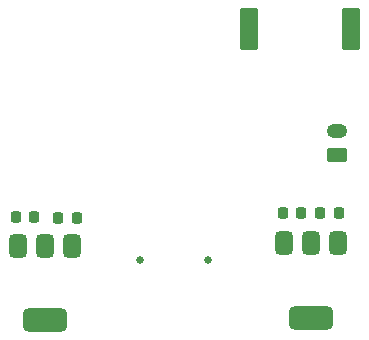
<source format=gbr>
%TF.GenerationSoftware,KiCad,Pcbnew,8.0.8-8.0.8-0~ubuntu24.04.1*%
%TF.CreationDate,2025-07-29T22:47:44-04:00*%
%TF.ProjectId,electronics,656c6563-7472-46f6-9e69-63732e6b6963,rev?*%
%TF.SameCoordinates,Original*%
%TF.FileFunction,Soldermask,Bot*%
%TF.FilePolarity,Negative*%
%FSLAX46Y46*%
G04 Gerber Fmt 4.6, Leading zero omitted, Abs format (unit mm)*
G04 Created by KiCad (PCBNEW 8.0.8-8.0.8-0~ubuntu24.04.1) date 2025-07-29 22:47:44*
%MOMM*%
%LPD*%
G01*
G04 APERTURE LIST*
G04 Aperture macros list*
%AMRoundRect*
0 Rectangle with rounded corners*
0 $1 Rounding radius*
0 $2 $3 $4 $5 $6 $7 $8 $9 X,Y pos of 4 corners*
0 Add a 4 corners polygon primitive as box body*
4,1,4,$2,$3,$4,$5,$6,$7,$8,$9,$2,$3,0*
0 Add four circle primitives for the rounded corners*
1,1,$1+$1,$2,$3*
1,1,$1+$1,$4,$5*
1,1,$1+$1,$6,$7*
1,1,$1+$1,$8,$9*
0 Add four rect primitives between the rounded corners*
20,1,$1+$1,$2,$3,$4,$5,0*
20,1,$1+$1,$4,$5,$6,$7,0*
20,1,$1+$1,$6,$7,$8,$9,0*
20,1,$1+$1,$8,$9,$2,$3,0*%
G04 Aperture macros list end*
%ADD10RoundRect,0.102000X-0.650000X-1.700000X0.650000X-1.700000X0.650000X1.700000X-0.650000X1.700000X0*%
%ADD11C,0.650000*%
%ADD12RoundRect,0.375000X-0.375000X0.625000X-0.375000X-0.625000X0.375000X-0.625000X0.375000X0.625000X0*%
%ADD13RoundRect,0.500000X-1.400000X0.500000X-1.400000X-0.500000X1.400000X-0.500000X1.400000X0.500000X0*%
%ADD14RoundRect,0.250000X0.625000X-0.350000X0.625000X0.350000X-0.625000X0.350000X-0.625000X-0.350000X0*%
%ADD15O,1.750000X1.200000*%
%ADD16RoundRect,0.225000X0.225000X0.250000X-0.225000X0.250000X-0.225000X-0.250000X0.225000X-0.250000X0*%
%ADD17RoundRect,0.225000X-0.225000X-0.250000X0.225000X-0.250000X0.225000X0.250000X-0.225000X0.250000X0*%
G04 APERTURE END LIST*
D10*
%TO.C,BZ1*%
X158010000Y-83530000D03*
X149310000Y-83530000D03*
%TD*%
D11*
%TO.C,J1*%
X140080000Y-103095000D03*
X145860000Y-103095000D03*
%TD*%
D12*
%TO.C,U3*%
X152280000Y-101670000D03*
X154580000Y-101670000D03*
D13*
X154580000Y-107970000D03*
D12*
X156880000Y-101670000D03*
%TD*%
D14*
%TO.C,BT1*%
X156750000Y-94160000D03*
D15*
X156750000Y-92160000D03*
%TD*%
D16*
%TO.C,C7*%
X131145000Y-99460000D03*
X129595000Y-99460000D03*
%TD*%
D17*
%TO.C,C2*%
X152225000Y-99100000D03*
X153775000Y-99100000D03*
%TD*%
D12*
%TO.C,U5*%
X129750000Y-101860000D03*
X132050000Y-101860000D03*
D13*
X132050000Y-108160000D03*
D12*
X134350000Y-101860000D03*
%TD*%
D16*
%TO.C,C6*%
X134735000Y-99520000D03*
X133185000Y-99520000D03*
%TD*%
%TO.C,C1*%
X156920000Y-99110000D03*
X155370000Y-99110000D03*
%TD*%
M02*

</source>
